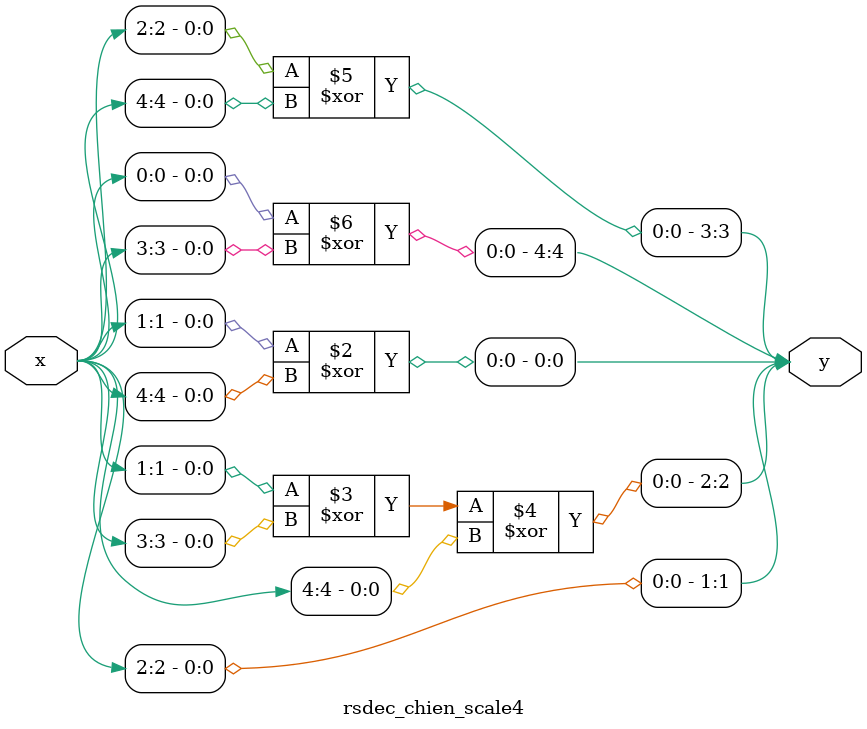
<source format=v>
module rsdec_chien_scale4 (y, x);
	input [4:0] x;
	output [4:0] y;
	reg [4:0] y;
	always @ (x)
	begin
		y[0] = x[1] ^ x[4];
		y[1] = x[2];
		y[2] = x[1] ^ x[3] ^ x[4];
		y[3] = x[2] ^ x[4];
		y[4] = x[0] ^ x[3];
	end
endmodule
</source>
